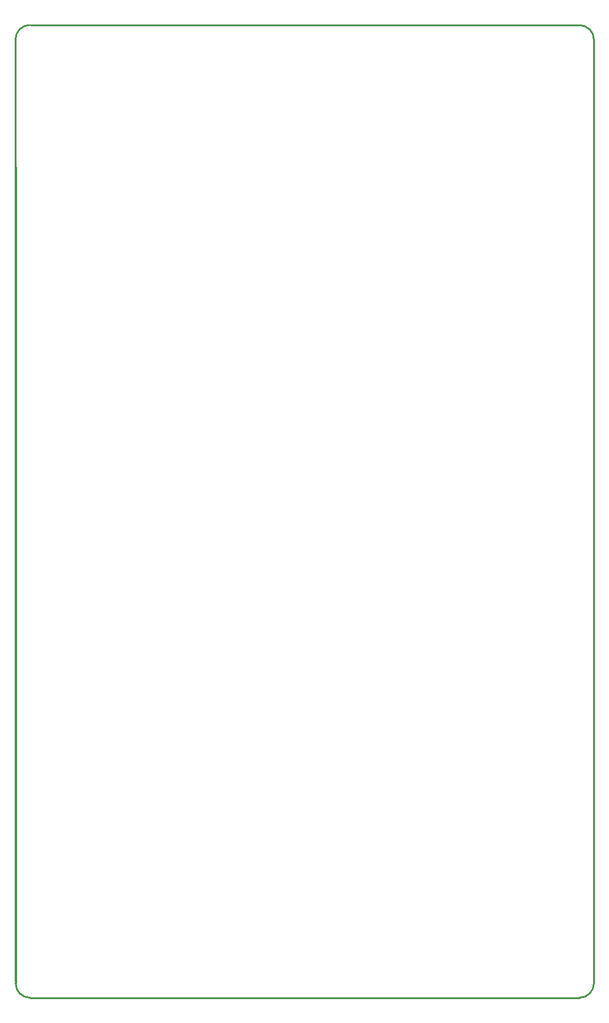
<source format=gm1>
G04 Layer_Color=16711935*
%FSLAX24Y24*%
%MOIN*%
G70*
G01*
G75*
%ADD26C,0.0100*%
D26*
X51968Y5906D02*
G03*
X52756Y6693I0J787D01*
G01*
X21260D02*
G03*
X22047Y5906I787J0D01*
G01*
X22037Y58931D02*
G03*
X21250Y58144I0J-787D01*
G01*
X52756Y58134D02*
G03*
X51968Y58921I-787J0D01*
G01*
X22047Y5906D02*
X51968D01*
X52756Y6693D02*
Y51181D01*
X21260Y6693D02*
Y51181D01*
X21250Y6780D02*
Y58144D01*
X22090Y58931D02*
X51968Y58921D01*
X52756Y6693D02*
Y58124D01*
M02*

</source>
